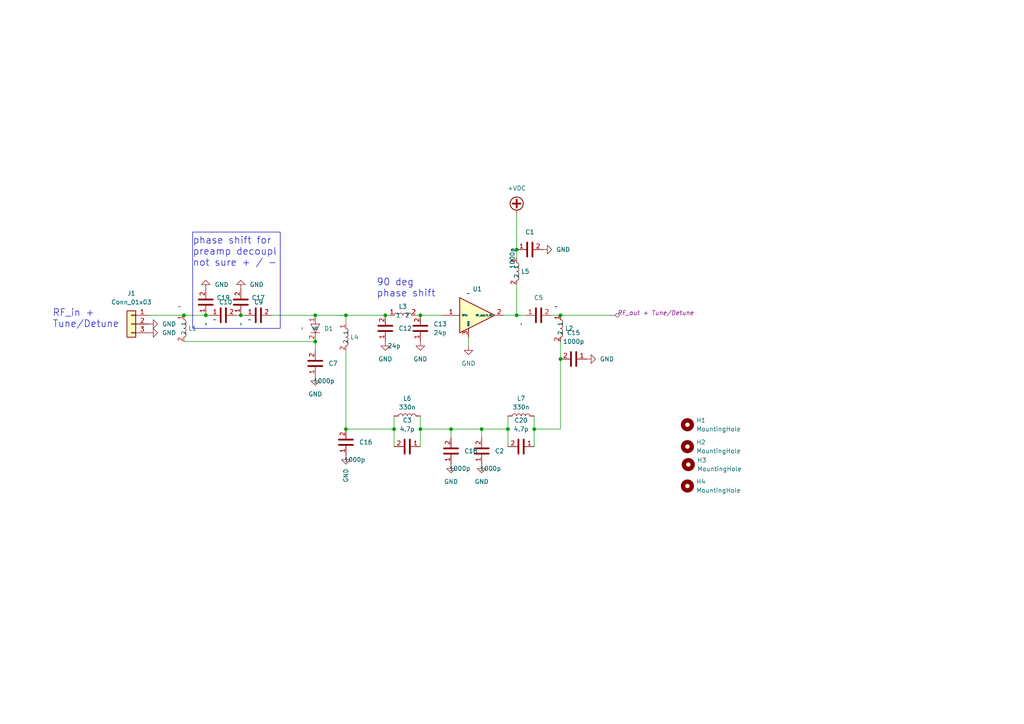
<source format=kicad_sch>
(kicad_sch (version 20230121) (generator eeschema)
  (paper "A4")
  (lib_symbols
    (symbol "AAA_MyLib:C_0603_1608metric"
      (property "Reference" "C" (at 0 0 0))
      (symbol "C_0603_1608metric_0_1"
        (polyline (pts (xy 0.508 -5.842) (xy 4.572 -5.842)) (stroke (width 0.508)))
        (polyline (pts (xy 0.508 -4.318) (xy 4.572 -4.318)) (stroke (width 0.508)))
      )
      (symbol "C_0603_1608metric_1_1"
        (pin passive line (at 2.54 -1.27 270) (length 2.794) (name "~") (number "1"))
        (pin passive line (at 2.54 -8.89 90) (length 2.794) (name "~") (number "2"))
      )
    )
    (symbol "AAA_MyLib:C_1111_2828metric"
      (property "Reference" "C" (at 0 0 0))
      (symbol "C_1111_2828metric_0_1"
        (polyline (pts (xy 0.508 -5.842) (xy 4.572 -5.842)) (stroke (width 0.508)))
        (polyline (pts (xy 0.508 -4.318) (xy 4.572 -4.318)) (stroke (width 0.508)))
      )
      (symbol "C_1111_2828metric_1_1"
        (pin passive line (at 2.54 -1.27 270) (length 2.794) (name "~") (number "1"))
        (pin passive line (at 2.54 -8.89 90) (length 2.794) (name "~") (number "2"))
      )
    )
    (symbol "AAA_MyLib:L_0805_2015metric"
      (property "Reference" "L" (at 0 0 0))
      (symbol "L_0805_2015metric_0_1"
        (arc (start 2.54 -7.62) (mid 3.172 -6.985) (end 2.54 -6.35))
        (arc (start 2.54 -6.35) (mid 3.172 -5.715) (end 2.54 -5.08))
        (arc (start 2.54 -5.08) (mid 3.172 -4.445) (end 2.54 -3.81))
        (arc (start 2.54 -3.81) (mid 3.172 -3.175) (end 2.54 -2.54))
      )
      (symbol "L_0805_2015metric_1_1"
        (pin passive line (at 2.54 -1.27 270) (length 1.27) (name "1") (number "1"))
        (pin passive line (at 2.54 -8.89 90) (length 1.27) (name "2") (number "2"))
      )
    )
    (symbol "AAA_MyLib:L_choke_1008_2520metric"
      (property "Reference" "L" (at 0 0 0))
      (symbol "L_choke_1008_2520metric_0_1"
        (arc (start 1.27 -8.89) (mid 1.902 -8.255) (end 1.27 -7.62))
        (arc (start 1.27 -7.62) (mid 1.902 -6.985) (end 1.27 -6.35))
        (arc (start 1.27 -6.35) (mid 1.902 -5.715) (end 1.27 -5.08))
        (arc (start 1.27 -5.08) (mid 1.902 -4.445) (end 1.27 -3.81))
      )
      (symbol "L_choke_1008_2520metric_1_1"
        (pin passive line (at 1.27 -2.54 270) (length 1.27) (name "1") (number "1"))
        (pin passive line (at 1.27 -10.16 90) (length 1.27) (name "2") (number "2"))
      )
    )
    (symbol "AAA_MyLib:PinDiode_NonMagnetic_HighPower"
      (property "Reference" "D" (at 0 0 0))
      (symbol "PinDiode_NonMagnetic_HighPower_0_1"
        (polyline (pts (xy -1.27 -2.54) (xy -1.27 -5.08)) (stroke (width 0.1524)))
        (polyline (pts (xy 1.27 -5.08) (xy 1.27 -2.54)))
        (polyline (pts (xy 1.27 -2.54) (xy -1.27 -3.81) (xy 1.27 -5.08)))
      )
      (symbol "PinDiode_NonMagnetic_HighPower_1_1"
        (pin passive line (at 3.81 -3.81 180) (length 2.54) (name "A") (number "1"))
        (pin passive line (at -3.81 -3.81 0) (length 2.54) (name "K") (number "2"))
      )
    )
    (symbol "AAA_MyLib:WANTCOM_preamp"
      (property "Reference" "U" (at -5.08 1.27 0))
      (symbol "WANTCOM_preamp_0_1"
        (polyline (pts (xy -2.54 -1.27) (xy 7.62 -6.35) (xy -2.54 -11.43) (xy -2.54 -1.27)) (stroke (width 0.254)) (fill (type background)))
      )
      (symbol "WANTCOM_preamp_1_1"
        (pin input line (at -7.62 -6.35 0) (length 5.08) (name "RFin") (number "1"))
        (pin output line (at 10.16 -6.35 180) (length 2.54) (name "RF_out/V_DC") (number "2"))
        (pin input line (at 0 -12.7 90) (length 2.54) (name "GND") (number "3"))
      )
    )
    (symbol "Connector_Generic:Conn_01x03" (pin_names (offset 1.016) hide)
      (property "Reference" "J" (at 0 5.08 0))
      (property "Value" "Conn_01x03" (at 0 -5.08 0))
      (symbol "Conn_01x03_1_1"
        (rectangle (start -1.27 -2.413) (end 0 -2.667) (stroke (width 0.1524)))
        (rectangle (start -1.27 0.127) (end 0 -0.127) (stroke (width 0.1524)))
        (rectangle (start -1.27 2.667) (end 0 2.413) (stroke (width 0.1524)))
        (rectangle (start -1.27 3.81) (end 1.27 -3.81) (stroke (width 0.254)) (fill (type background)))
        (pin passive line (at -5.08 2.54 0) (length 3.81) (name "Pin_1") (number "1"))
        (pin passive line (at -5.08 0 0) (length 3.81) (name "Pin_2") (number "2"))
        (pin passive line (at -5.08 -2.54 0) (length 3.81) (name "Pin_3") (number "3"))
      )
    )
    (symbol "Device:L" (pin_numbers hide) (pin_names (offset 1.016) hide)
      (property "Reference" "L" (at -1.27 0 90))
      (property "Value" "L" (at 1.905 0 90))
      (symbol "L_0_1"
        (arc (start 0 -2.54) (mid 0.6323 -1.905) (end 0 -1.27))
        (arc (start 0 -1.27) (mid 0.6323 -0.635) (end 0 0))
        (arc (start 0 0) (mid 0.6323 0.635) (end 0 1.27))
        (arc (start 0 1.27) (mid 0.6323 1.905) (end 0 2.54))
      )
      (symbol "L_1_1"
        (pin passive line (at 0 3.81 270) (length 1.27) (name "1") (number "1"))
        (pin passive line (at 0 -3.81 90) (length 1.27) (name "2") (number "2"))
      )
    )
    (symbol "Mechanical:MountingHole" (pin_names (offset 1.016))
      (property "Reference" "H" (at 0 5.08 0))
      (property "Value" "MountingHole" (at 0 3.175 0))
      (symbol "MountingHole_0_1"
        (circle (center 0 0) (radius 1.27) (stroke (width 1.27)))
      )
    )
    (symbol "power:+VDC" (power) (pin_names (offset 0))
      (property "Value" "+VDC" (at 0 6.35 0))
      (symbol "+VDC_0_1"
        (polyline (pts (xy -1.143 3.175) (xy 1.143 3.175)) (stroke (width 0.508)))
        (polyline (pts (xy 0 0) (xy 0 1.27)))
        (polyline (pts (xy 0 2.032) (xy 0 4.318)) (stroke (width 0.508)))
        (circle (center 0 3.175) (radius 1.905) (stroke (width 0.254)))
      )
      (symbol "+VDC_1_1"
        (pin power_in line (at 0 0 90) (length 0) hide (name "+VDC") (number "1"))
      )
    )
    (symbol "power:GND" (power) (pin_names (offset 0))
      (property "Value" "GND" (at 0 -3.81 0))
      (symbol "GND_0_1"
        (polyline (pts (xy 0 0) (xy 0 -1.27) (xy 1.27 -1.27) (xy 0 -2.54) (xy -1.27 -1.27) (xy 0 -1.27)))
      )
      (symbol "GND_1_1"
        (pin power_in line (at 0 0 270) (length 0) hide (name "GND") (number "1"))
      )
    )
  )
  (junction (at 121.92 124.46))
  (junction (at 147.32 124.46))
  (junction (at 162.56 91.44))
  (junction (at 130.81 124.46))
  (junction (at 149.86 91.44))
  (junction (at 100.33 91.44))
  (junction (at 121.92 91.44))
  (junction (at 59.69 91.44))
  (junction (at 162.56 104.14))
  (junction (at 111.76 91.44))
  (junction (at 100.33 124.46))
  (junction (at 139.7 124.46))
  (junction (at 91.44 99.06))
  (junction (at 69.85 91.44))
  (junction (at 149.86 72.39))
  (junction (at 114.3 124.46))
  (junction (at 154.94 124.46))
  (junction (at 91.44 91.44))
  (junction (at 53.34 91.44))
  (wire (pts (xy 139.7 124.46) (xy 147.32 124.46)))
  (wire (pts (xy 71.12 91.44) (xy 69.85 91.44)))
  (wire (pts (xy 100.33 124.46) (xy 114.3 124.46)))
  (wire (pts (xy 100.33 91.44) (xy 100.33 93.98)))
  (wire (pts (xy 149.86 72.39) (xy 149.86 74.93)))
  (wire (pts (xy 135.89 100.33) (xy 135.89 97.79)))
  (wire (pts (xy 121.92 124.46) (xy 130.81 124.46)))
  (wire (pts (xy 146.05 91.44) (xy 149.86 91.44)))
  (wire (pts (xy 91.44 91.44) (xy 100.33 91.44)))
  (wire (pts (xy 149.86 82.55) (xy 149.86 91.44)))
  (wire (pts (xy 162.56 99.06) (xy 162.56 104.14)))
  (wire (pts (xy 78.74 91.44) (xy 91.44 91.44)))
  (wire (pts (xy 120.65 91.44) (xy 121.92 91.44)))
  (wire (pts (xy 149.86 62.23) (xy 149.86 72.39)))
  (wire (pts (xy 154.94 124.46) (xy 154.94 120.65)))
  (wire (pts (xy 147.32 124.46) (xy 147.32 120.65)))
  (wire (pts (xy 154.94 129.54) (xy 154.94 124.46)))
  (wire (pts (xy 152.4 91.44) (xy 149.86 91.44)))
  (wire (pts (xy 121.92 120.65) (xy 121.92 124.46)))
  (wire (pts (xy 68.58 91.44) (xy 69.85 91.44)))
  (wire (pts (xy 121.92 129.54) (xy 121.92 124.46)))
  (wire (pts (xy 53.34 99.06) (xy 91.44 99.06)))
  (wire (pts (xy 130.81 124.46) (xy 130.81 127)))
  (wire (pts (xy 147.32 129.54) (xy 147.32 124.46)))
  (wire (pts (xy 154.94 124.46) (xy 162.56 124.46)))
  (wire (pts (xy 139.7 127) (xy 139.7 124.46)))
  (wire (pts (xy 130.81 124.46) (xy 139.7 124.46)))
  (wire (pts (xy 111.76 91.44) (xy 113.03 91.44)))
  (wire (pts (xy 43.18 91.44) (xy 53.34 91.44)))
  (wire (pts (xy 160.02 91.44) (xy 162.56 91.44)))
  (wire (pts (xy 91.44 99.06) (xy 91.44 101.6)))
  (wire (pts (xy 121.92 91.44) (xy 128.27 91.44)))
  (wire (pts (xy 162.56 104.14) (xy 162.56 124.46)))
  (wire (pts (xy 53.34 91.44) (xy 59.69 91.44)))
  (wire (pts (xy 100.33 101.6) (xy 100.33 124.46)))
  (wire (pts (xy 162.56 91.44) (xy 176.53 91.44)))
  (wire (pts (xy 100.33 91.44) (xy 111.76 91.44)))
  (wire (pts (xy 114.3 129.54) (xy 114.3 124.46)))
  (wire (pts (xy 59.69 91.44) (xy 60.96 91.44)))
  (wire (pts (xy 114.3 120.65) (xy 114.3 124.46)))
  (rectangle (start 55.88 67.31) (end 81.28 95.25))
  (text "phase shift for \npreamp decoupl\nnot sure + / -" (at 55.88 77.47 0) (effects (font (size 2 2)) (justify left bottom)))
  (text "RF_in + \nTune/Detune" (at 15.24 95.25 0) (effects (font (size 2 2)) (justify left bottom)))
  (text "90 deg \nphase shift" (at 109.22 86.36 0) (effects (font (size 2 2)) (justify left bottom)))
  (netclass_flag "" (length 2.54) (shape round) (at 176.53 91.44 270) (property "Netclass" "RF_out + Tune/Detune" (at 179.07 90.7415 0) (effects (font italic) (justify left))))
  (symbol (lib_id "Mechanical:MountingHole") (at 199.39 123.19 0) (unit 1)
    (property "Reference" "H1" (at 201.93 121.92 0) (effects (justify left)))
    (property "Value" "MountingHole" (at 201.93 124.46 0) (effects (justify left)))
    (property "Footprint" "aaa_MyLib:screw head 440" (effects hide))
  )
  (symbol (lib_id "AAA_MyLib:C_1111_2828metric") (at 59.69 93.98 90) (unit 1)
    (property "Reference" "C19" (at 64.77 86.36 90))
    (property "Value" "~" (at 59.69 93.98 0))
    (property "Footprint" "aaa_MyLib:CAP_1111_HIQ_KNO" (effects hide))
  )
  (symbol (lib_id "AAA_MyLib:C_1111_2828metric") (at 114.3 100.33 180) (unit 1)
    (property "Reference" "C12" (at 115.57 95.25 0) (effects (justify right)))
    (property "Value" "24p" (at 114.3 100.33 0))
    (property "Footprint" "aaa_MyLib:CAP_1111_HIQ_KNO" (effects hide))
  )
  (symbol (lib_id "AAA_MyLib:C_1111_2828metric") (at 72.39 92.71 180) (unit 1)
    (property "Reference" "C9" (at 73.66 87.63 0) (effects (justify right)))
    (property "Value" "~" (at 72.39 92.71 0))
    (property "Footprint" "aaa_MyLib:CAP_1111_HIQ_KNO" (effects hide))
  )
  (symbol (lib_id "power:GND") (at 91.44 109.22 0) (unit 1)
    (property "Reference" "#PWR08" (effects hide))
    (property "Value" "GND" (at 91.44 114.3 0))
  )
  (symbol (lib_id "power:+VDC") (at 149.86 62.23 0) (unit 1)
    (property "Reference" "#PWR02" (effects hide))
    (property "Value" "+VDC" (at 149.86 54.61 0))
  )
  (symbol (lib_id "AAA_MyLib:C_1111_2828metric") (at 69.85 93.98 90) (unit 1)
    (property "Reference" "C17" (at 74.93 86.36 90))
    (property "Value" "~" (at 69.85 93.98 0))
    (property "Footprint" "aaa_MyLib:CAP_1111_HIQ_KNO" (effects hide))
  )
  (symbol (lib_id "AAA_MyLib:C_0603_1608metric") (at 133.35 135.89 180) (unit 1)
    (property "Reference" "C18" (at 134.62 130.81 0) (effects (justify right)))
    (property "Value" "1000p" (at 133.35 135.89 0))
    (property "Footprint" "Capacitor_SMD:C_0603_1608Metric" (effects hide))
  )
  (symbol (lib_id "AAA_MyLib:C_0603_1608metric") (at 123.19 127 270) (unit 1)
    (property "Reference" "C3" (at 118.11 121.92 90))
    (property "Value" "4.7p" (at 118.11 124.46 90))
    (property "Footprint" "Capacitor_SMD:C_0603_1608Metric" (effects hide))
  )
  (symbol (lib_id "AAA_MyLib:L_choke_1008_2520metric") (at 148.59 72.39 0) (unit 1)
    (property "Reference" "L5" (at 151.13 78.74 0) (effects (justify left)))
    (property "Value" "~" (at 148.59 72.39 0))
    (property "Footprint" "Inductor_SMD:L_1812_4532Metric" (effects hide))
  )
  (symbol (lib_id "AAA_MyLib:L_choke_1008_2520metric") (at 99.06 91.44 0) (unit 1)
    (property "Reference" "L4" (at 101.6 97.79 0) (effects (justify left)))
    (property "Value" "~" (at 99.06 91.44 0))
    (property "Footprint" "Inductor_SMD:L_1812_4532Metric" (effects hide))
  )
  (symbol (lib_id "AAA_MyLib:C_0603_1608metric") (at 142.24 135.89 180) (unit 1)
    (property "Reference" "C2" (at 143.51 130.81 0) (effects (justify right)))
    (property "Value" "1000p" (at 142.24 135.89 0))
    (property "Footprint" "Capacitor_SMD:C_0603_1608Metric" (effects hide))
  )
  (symbol (lib_id "Mechanical:MountingHole") (at 199.39 140.97 0) (unit 1)
    (property "Reference" "H4" (at 201.93 139.7 0) (effects (justify left)))
    (property "Value" "MountingHole" (at 201.93 142.24 0) (effects (justify left)))
    (property "Footprint" "aaa_MyLib:screw head 440" (effects hide))
  )
  (symbol (lib_id "power:GND") (at 139.7 134.62 0) (unit 1)
    (property "Reference" "#PWR013" (effects hide))
    (property "Value" "GND" (at 139.7 139.7 0))
  )
  (symbol (lib_id "AAA_MyLib:PinDiode_NonMagnetic_HighPower") (at 87.63 95.25 90) (unit 1)
    (property "Reference" "D1" (at 93.98 95.2881 90) (effects (justify right)))
    (property "Value" "~" (at 87.63 95.25 0))
    (property "Footprint" "aaa_MyLib:PIN_diode_NonMagnetic_HighPower" (effects hide))
  )
  (symbol (lib_id "Device:L") (at 118.11 120.65 90) (unit 1)
    (property "Reference" "L6" (at 118.11 115.57 90))
    (property "Value" "330n" (at 118.11 118.11 90))
    (property "Footprint" "Inductor_SMD:L_0603_1608Metric" (effects hide))
  )
  (symbol (lib_id "AAA_MyLib:C_1111_2828metric") (at 62.23 92.71 180) (unit 1)
    (property "Reference" "C10" (at 63.5 87.63 0) (effects (justify right)))
    (property "Value" "~" (at 62.23 92.71 0))
    (property "Footprint" "aaa_MyLib:CAP_1111_HIQ_KNO" (effects hide))
  )
  (symbol (lib_id "AAA_MyLib:L_0805_2015metric") (at 111.76 93.98 90) (unit 1)
    (property "Reference" "L3" (at 116.84 88.9 90))
    (property "Value" "~" (at 111.76 93.98 0))
    (property "Footprint" "Inductor_SMD:L_0805_2012Metric" (effects hide))
  )
  (symbol (lib_id "power:GND") (at 100.33 132.08 0) (unit 1)
    (property "Reference" "#PWR07" (effects hide))
    (property "Value" "GND" (at 100.33 135.89 90) (effects (justify right)))
  )
  (symbol (lib_id "AAA_MyLib:C_1111_2828metric") (at 151.13 93.98 90) (unit 1)
    (property "Reference" "C5" (at 156.21 86.36 90))
    (property "Value" "~" (at 151.13 93.98 0))
    (property "Footprint" "aaa_MyLib:CAP_1111_HIQ_KNO" (effects hide))
  )
  (symbol (lib_id "AAA_MyLib:WANTCOM_preamp") (at 135.89 85.09 0) (unit 1)
    (property "Reference" "U1" (at 138.43 83.82 0))
    (property "Value" "~" (at 135.89 85.09 0))
    (property "Footprint" "aaa_MyLib:WANTCOM_WMM3RP" (effects hide))
  )
  (symbol (lib_id "AAA_MyLib:C_0603_1608metric") (at 156.21 127 270) (unit 1)
    (property "Reference" "C20" (at 151.13 121.92 90))
    (property "Value" "4.7p" (at 151.13 124.46 90))
    (property "Footprint" "Capacitor_SMD:C_0603_1608Metric" (effects hide))
  )
  (symbol (lib_id "power:GND") (at 59.69 83.82 180) (unit 1)
    (property "Reference" "#PWR09" (effects hide))
    (property "Value" "GND" (at 62.23 82.55 0) (effects (justify right)))
  )
  (symbol (lib_id "power:GND") (at 43.18 96.52 90) (unit 1)
    (property "Reference" "#PWR012" (effects hide))
    (property "Value" "GND" (at 46.99 96.52 90) (effects (justify right)))
  )
  (symbol (lib_id "AAA_MyLib:C_1111_2828metric") (at 124.46 100.33 180) (unit 1)
    (property "Reference" "C13" (at 125.73 93.98 0) (effects (justify right)))
    (property "Value" "24p" (at 125.73 96.52 0) (effects (justify right)))
    (property "Footprint" "aaa_MyLib:CAP_1111_HIQ_KNO" (effects hide))
  )
  (symbol (lib_id "power:GND") (at 157.48 72.39 90) (unit 1)
    (property "Reference" "#PWR04" (effects hide))
    (property "Value" "GND" (at 161.29 72.39 90) (effects (justify right)))
  )
  (symbol (lib_id "power:GND") (at 121.92 99.06 0) (unit 1)
    (property "Reference" "#PWR05" (effects hide))
    (property "Value" "GND" (at 121.92 104.14 0))
  )
  (symbol (lib_id "Connector_Generic:Conn_01x03") (at 38.1 93.98 0) (mirror y) (unit 1)
    (property "Reference" "J1" (at 38.1 85.09 0))
    (property "Value" "Conn_01x03" (at 38.1 87.63 0))
    (property "Footprint" "aaa_UFL:CONN1_UFL-R_HIR" (effects hide))
  )
  (symbol (lib_id "power:GND") (at 43.18 93.98 90) (unit 1)
    (property "Reference" "#PWR014" (effects hide))
    (property "Value" "GND" (at 46.99 93.98 90) (effects (justify right)))
  )
  (symbol (lib_id "AAA_MyLib:C_0603_1608metric") (at 171.45 101.6 270) (unit 1)
    (property "Reference" "C15" (at 166.37 96.52 90))
    (property "Value" "1000p" (at 166.37 99.06 90))
    (property "Footprint" "Capacitor_SMD:C_0603_1608Metric" (effects hide))
  )
  (symbol (lib_id "power:GND") (at 111.76 99.06 0) (unit 1)
    (property "Reference" "#PWR06" (effects hide))
    (property "Value" "GND" (at 111.76 104.14 0))
  )
  (symbol (lib_id "power:GND") (at 130.81 134.62 0) (unit 1)
    (property "Reference" "#PWR011" (effects hide))
    (property "Value" "GND" (at 130.81 139.7 0))
  )
  (symbol (lib_id "AAA_MyLib:C_0603_1608metric") (at 102.87 133.35 180) (unit 1)
    (property "Reference" "C16" (at 104.14 128.27 0) (effects (justify right)))
    (property "Value" "1000p" (at 102.87 133.35 0))
    (property "Footprint" "Capacitor_SMD:C_0603_1608Metric" (effects hide))
  )
  (symbol (lib_id "AAA_MyLib:C_0603_1608metric") (at 148.59 74.93 90) (unit 1)
    (property "Reference" "C1" (at 153.67 67.31 90))
    (property "Value" "1000p" (at 148.59 74.93 0))
    (property "Footprint" "Capacitor_SMD:C_0603_1608Metric" (effects hide))
  )
  (symbol (lib_id "Device:L") (at 151.13 120.65 90) (unit 1)
    (property "Reference" "L7" (at 151.13 115.57 90))
    (property "Value" "330n" (at 151.13 118.11 90))
    (property "Footprint" "Inductor_SMD:L_0603_1608Metric" (effects hide))
  )
  (symbol (lib_id "AAA_MyLib:L_choke_1008_2520metric") (at 52.07 88.9 0) (unit 1)
    (property "Reference" "L1" (at 54.61 95.25 0) (effects (justify left)))
    (property "Value" "~" (at 52.07 88.9 0))
    (property "Footprint" "Inductor_SMD:L_1812_4532Metric" (effects hide))
  )
  (symbol (lib_id "Mechanical:MountingHole") (at 199.39 129.54 0) (unit 1)
    (property "Reference" "H2" (at 201.93 128.27 0) (effects (justify left)))
    (property "Value" "MountingHole" (at 201.93 130.81 0) (effects (justify left)))
    (property "Footprint" "aaa_MyLib:screw head 440" (effects hide))
  )
  (symbol (lib_id "AAA_MyLib:L_choke_1008_2520metric") (at 161.29 88.9 0) (unit 1)
    (property "Reference" "L2" (at 163.83 95.25 0) (effects (justify left)))
    (property "Value" "~" (at 161.29 88.9 0))
    (property "Footprint" "Inductor_SMD:L_1812_4532Metric" (effects hide))
  )
  (symbol (lib_id "power:GND") (at 135.89 100.33 0) (unit 1)
    (property "Reference" "#PWR01" (effects hide))
    (property "Value" "GND" (at 135.89 105.41 0))
  )
  (symbol (lib_id "power:GND") (at 170.18 104.14 90) (unit 1)
    (property "Reference" "#PWR03" (effects hide))
    (property "Value" "GND" (at 173.99 104.14 90) (effects (justify right)))
  )
  (symbol (lib_id "AAA_MyLib:C_1111_2828metric") (at 93.98 110.49 180) (unit 1)
    (property "Reference" "C7" (at 95.25 105.41 0) (effects (justify right)))
    (property "Value" "1000p" (at 93.98 110.49 0))
    (property "Footprint" "aaa_MyLib:CAP_1111_HIQ_KNO" (effects hide))
  )
  (symbol (lib_id "Mechanical:MountingHole") (at 199.6334 134.7491 0) (unit 1)
    (property "Reference" "H3" (at 202.1734 133.4791 0) (effects (justify left)))
    (property "Value" "MountingHole" (at 202.1734 136.0191 0) (effects (justify left)))
    (property "Footprint" "aaa_MyLib:screw head 440" (effects hide))
  )
  (symbol (lib_id "power:GND") (at 69.85 83.82 180) (unit 1)
    (property "Reference" "#PWR010" (effects hide))
    (property "Value" "GND" (at 72.39 82.55 0) (effects (justify right)))
  )
)
</source>
